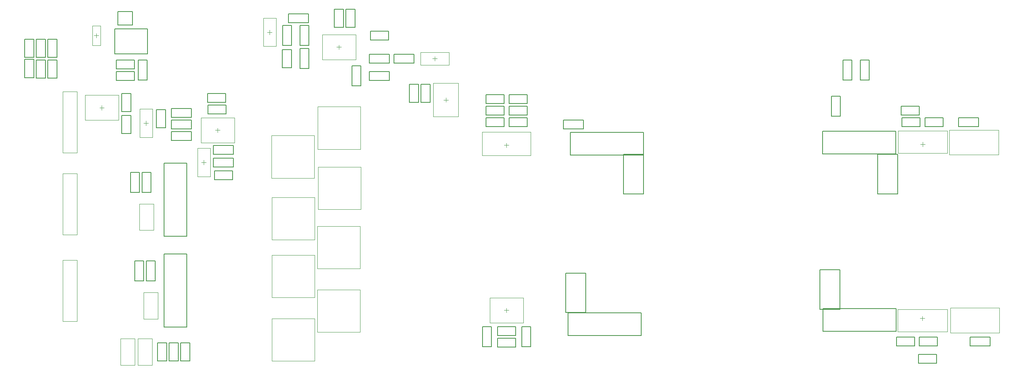
<source format=gbr>
G04*
G04 #@! TF.GenerationSoftware,Altium Limited,Altium Designer,24.1.2 (44)*
G04*
G04 Layer_Color=32768*
%FSLAX25Y25*%
%MOIN*%
G70*
G04*
G04 #@! TF.SameCoordinates,DAD59E85-0841-476F-99BD-E5F442491B29*
G04*
G04*
G04 #@! TF.FilePolarity,Positive*
G04*
G01*
G75*
%ADD13C,0.00787*%
%ADD14C,0.00394*%
%ADD74C,0.00197*%
D13*
X1535256Y516516D02*
X1598524D01*
Y536279D01*
X1535256D02*
X1598524D01*
X1535256Y516516D02*
Y536279D01*
X1462126Y548937D02*
X1477874D01*
Y541063D02*
Y548937D01*
X1462126Y541063D02*
X1477874D01*
X1462126D02*
Y548937D01*
Y568937D02*
X1477874D01*
Y561063D02*
Y568937D01*
X1462126Y561063D02*
X1477874D01*
X1462126D02*
Y568937D01*
Y558937D02*
X1477874D01*
Y551063D02*
Y558937D01*
X1462126Y551063D02*
X1477874D01*
X1462126D02*
Y558937D01*
X1482126Y551063D02*
X1497874D01*
X1482126D02*
Y558937D01*
X1497874D01*
Y551063D02*
Y558937D01*
X1482126Y541063D02*
X1497874D01*
X1482126D02*
Y548937D01*
X1497874D01*
Y541063D02*
Y548937D01*
X1482126Y561063D02*
X1497874D01*
X1482126D02*
Y568937D01*
X1497874D01*
Y561063D02*
Y568937D01*
X1147063Y554126D02*
X1154937D01*
Y569874D01*
X1147063D02*
X1154937D01*
X1147063Y554126D02*
Y569874D01*
X1362126Y616063D02*
X1377874D01*
X1362126D02*
Y623937D01*
X1377874D01*
Y616063D02*
Y623937D01*
X1753815Y383428D02*
X1817082D01*
X1753815Y363664D02*
Y383428D01*
Y363664D02*
X1817082D01*
Y383428D01*
X1821614Y551063D02*
Y558937D01*
Y551063D02*
X1837362D01*
Y558937D01*
X1821614D02*
X1837362D01*
X1822126Y541063D02*
Y548937D01*
Y541063D02*
X1837874D01*
Y548937D01*
X1822126D02*
X1837874D01*
X1382638Y603740D02*
X1399961D01*
Y596260D02*
Y603740D01*
X1382638Y596260D02*
X1399961D01*
X1382638D02*
Y603740D01*
X1291339Y631260D02*
X1308661D01*
X1291339D02*
Y638740D01*
X1308661D01*
Y631260D02*
Y638740D01*
X1301260Y611339D02*
Y628661D01*
X1308740D01*
Y611339D02*
Y628661D01*
X1301260Y611339D02*
X1308740D01*
X1301260Y591339D02*
Y608661D01*
X1308740D01*
Y591339D02*
Y608661D01*
X1301260Y591339D02*
X1308740D01*
X1331063Y627126D02*
Y642874D01*
X1338937D01*
Y627126D02*
Y642874D01*
X1331063Y627126D02*
X1338937D01*
X1286063Y592126D02*
Y607874D01*
X1293937D01*
Y592126D02*
Y607874D01*
X1286063Y592126D02*
X1293937D01*
X1346260Y576339D02*
Y593661D01*
X1353740D01*
Y576339D02*
Y593661D01*
X1346260Y576339D02*
X1353740D01*
X1361339Y581260D02*
X1378661D01*
X1361339D02*
Y588740D01*
X1378661D01*
Y581260D02*
Y588740D01*
X1341063Y627126D02*
Y642874D01*
X1348937D01*
Y627126D02*
Y642874D01*
X1341063Y627126D02*
X1348937D01*
X1361339Y603740D02*
X1378661D01*
Y596260D02*
Y603740D01*
X1361339Y596260D02*
X1378661D01*
X1361339D02*
Y603740D01*
X1073063Y601126D02*
Y616874D01*
X1080937D01*
Y601126D02*
Y616874D01*
X1073063Y601126D02*
X1080937D01*
X1063063D02*
Y616874D01*
X1070937D01*
Y601126D02*
Y616874D01*
X1063063Y601126D02*
X1070937D01*
X1083063D02*
Y616874D01*
X1090937D01*
Y601126D02*
Y616874D01*
X1083063Y601126D02*
X1090937D01*
X1293740Y611339D02*
Y628661D01*
X1286260Y611339D02*
X1293740D01*
X1286260D02*
Y628661D01*
X1293740D01*
X1183516Y430744D02*
X1203279D01*
Y367476D02*
Y430744D01*
X1183516Y367476D02*
X1203279D01*
X1183516D02*
Y430744D01*
X1168260Y407339D02*
Y424661D01*
X1175740D01*
Y407339D02*
Y424661D01*
X1168260Y407339D02*
X1175740D01*
X1158260D02*
Y424661D01*
X1165740D01*
Y407339D02*
Y424661D01*
X1158260Y407339D02*
X1165740D01*
X1753547Y517453D02*
Y537217D01*
X1816815D01*
Y517453D02*
Y537217D01*
X1753547Y517453D02*
X1816815D01*
X1871339Y541260D02*
X1888661D01*
X1871339D02*
Y548740D01*
X1888661D01*
Y541260D02*
Y548740D01*
X1842126Y541063D02*
X1857874D01*
X1842126D02*
Y548937D01*
X1857874D01*
Y541063D02*
Y548937D01*
X1793740Y581339D02*
Y598661D01*
X1786260Y581339D02*
X1793740D01*
X1786260D02*
Y598661D01*
X1793740D01*
X1188063Y338126D02*
X1195937D01*
Y353874D01*
X1188063D02*
X1195937D01*
X1188063Y338126D02*
Y353874D01*
X1178063Y338126D02*
X1185937D01*
Y353874D01*
X1178063D02*
X1185937D01*
X1178063Y338126D02*
Y353874D01*
X1198063Y338126D02*
X1205937D01*
Y353874D01*
X1198063D02*
X1205937D01*
X1198063Y338126D02*
Y353874D01*
X1147063Y550874D02*
X1154937D01*
X1147063Y535126D02*
Y550874D01*
Y535126D02*
X1154937D01*
Y550874D01*
X1771260Y581339D02*
X1778740D01*
Y598661D01*
X1771260D02*
X1778740D01*
X1771260Y581339D02*
Y598661D01*
X1083063Y598874D02*
X1090937D01*
X1083063Y583126D02*
Y598874D01*
Y583126D02*
X1090937D01*
Y598874D01*
X1063063Y599362D02*
X1070937D01*
X1063063Y583614D02*
Y599362D01*
Y583614D02*
X1070937D01*
Y599362D01*
X1073063Y598874D02*
X1080937D01*
X1073063Y583126D02*
Y598874D01*
Y583126D02*
X1080937D01*
Y598874D01*
X1596634Y360118D02*
Y379882D01*
X1533366Y360118D02*
X1596634D01*
X1533366D02*
Y379882D01*
X1596634D01*
X1142126Y581063D02*
Y588937D01*
Y581063D02*
X1157874D01*
Y588937D01*
X1142126D02*
X1157874D01*
X1169075Y604173D02*
Y625827D01*
X1140925D02*
X1169075D01*
X1140925Y604173D02*
Y625827D01*
Y604173D02*
X1169075D01*
X1142126Y591063D02*
Y598937D01*
Y591063D02*
X1157874D01*
Y598937D01*
X1142126D02*
X1157874D01*
X1237362Y552063D02*
Y559937D01*
X1221614D02*
X1237362D01*
X1221614Y552063D02*
Y559937D01*
Y552063D02*
X1237362D01*
X1236874Y562063D02*
Y569937D01*
X1221126D02*
X1236874D01*
X1221126Y562063D02*
Y569937D01*
Y562063D02*
X1236874D01*
X1487874Y360063D02*
Y367937D01*
X1472126D02*
X1487874D01*
X1472126Y360063D02*
Y367937D01*
Y360063D02*
X1487874D01*
Y350063D02*
Y357937D01*
X1472126D02*
X1487874D01*
X1472126Y350063D02*
Y357937D01*
Y350063D02*
X1487874D01*
X1581322Y482960D02*
X1598678D01*
Y517040D01*
X1581322D02*
X1598678D01*
X1581322Y482960D02*
Y517040D01*
X1801322Y482960D02*
X1818678D01*
Y517040D01*
X1801322D02*
X1818678D01*
X1801322Y482960D02*
Y517040D01*
X1493260Y350339D02*
X1500740D01*
Y367661D01*
X1493260D02*
X1500740D01*
X1493260Y350339D02*
Y367661D01*
X1459260Y350339D02*
X1466740D01*
Y367661D01*
X1459260D02*
X1466740D01*
X1459260Y350339D02*
Y367661D01*
X1183516Y446256D02*
Y509524D01*
Y446256D02*
X1203279D01*
Y509524D01*
X1183516D02*
X1203279D01*
X1164657Y484228D02*
X1172138D01*
Y501551D01*
X1164657D02*
X1172138D01*
X1164657Y484228D02*
Y501551D01*
X1154657Y484228D02*
X1162138D01*
Y501551D01*
X1154657D02*
X1162138D01*
X1154657Y484228D02*
Y501551D01*
X1881339Y351260D02*
Y358740D01*
Y351260D02*
X1898661D01*
Y358740D01*
X1881339D02*
X1898661D01*
X1226339Y517260D02*
Y524740D01*
Y517260D02*
X1243661D01*
Y524740D01*
X1226339D02*
X1243661D01*
X1226339Y506260D02*
Y513740D01*
Y506260D02*
X1243661D01*
Y513740D01*
X1226339D02*
X1243661D01*
X1852874Y351063D02*
Y358937D01*
X1837126D02*
X1852874D01*
X1837126Y351063D02*
Y358937D01*
Y351063D02*
X1852874D01*
X1852362Y336063D02*
Y343937D01*
X1836614D02*
X1852362D01*
X1836614Y336063D02*
Y343937D01*
Y336063D02*
X1852362D01*
X1242874Y495063D02*
Y502937D01*
X1227126D02*
X1242874D01*
X1227126Y495063D02*
Y502937D01*
Y495063D02*
X1242874D01*
X1817638Y351063D02*
Y358937D01*
Y351063D02*
X1833386D01*
Y358937D01*
X1817638D02*
X1833386D01*
X1396063Y562126D02*
X1403937D01*
Y577874D01*
X1396063D02*
X1403937D01*
X1396063Y562126D02*
Y577874D01*
X1406063Y562126D02*
X1413937D01*
Y577874D01*
X1406063D02*
X1413937D01*
X1406063Y562126D02*
Y577874D01*
X1546661Y539260D02*
Y546740D01*
X1529339D02*
X1546661D01*
X1529339Y539260D02*
Y546740D01*
Y539260D02*
X1546661D01*
X1761260Y550039D02*
X1768740D01*
Y567362D01*
X1761260D02*
X1768740D01*
X1761260Y550039D02*
Y567362D01*
X1207362Y549260D02*
Y556740D01*
X1190039D02*
X1207362D01*
X1190039Y549260D02*
Y556740D01*
Y549260D02*
X1207362D01*
X1531322Y414051D02*
X1548678D01*
X1531322Y379971D02*
Y414051D01*
Y379971D02*
X1548678D01*
Y414051D01*
X1751322Y417040D02*
X1768678D01*
X1751322Y382960D02*
Y417040D01*
Y382960D02*
X1768678D01*
Y417040D01*
X1177063Y555874D02*
X1184937D01*
X1177063Y540126D02*
Y555874D01*
Y540126D02*
X1184937D01*
Y555874D01*
X1207362Y539260D02*
Y546740D01*
X1190039D02*
X1207362D01*
X1190039Y539260D02*
Y546740D01*
Y539260D02*
X1207362D01*
X1190039Y529260D02*
Y536740D01*
Y529260D02*
X1207362D01*
Y536740D01*
X1190039D02*
X1207362D01*
X1161260Y581339D02*
X1168740D01*
Y598661D01*
X1161260D02*
X1168740D01*
X1161260Y581339D02*
Y598661D01*
X1143622Y629256D02*
X1156378D01*
Y640744D01*
X1143622D02*
X1156378D01*
X1143622Y629256D02*
Y640744D01*
D14*
X1353504Y521535D02*
Y558465D01*
X1316496D02*
X1353504D01*
X1316496Y521535D02*
Y558465D01*
Y521535D02*
X1353504D01*
X1427500Y562303D02*
Y566240D01*
X1425531Y564272D02*
X1429469D01*
X1273032Y622874D02*
X1276968D01*
X1275000Y620905D02*
Y624843D01*
X1417874Y598032D02*
Y601968D01*
X1415905Y600000D02*
X1419843D01*
X1333031Y610000D02*
X1336969D01*
X1335000Y608032D02*
Y611969D01*
X1480000Y523032D02*
Y526968D01*
X1478032Y525000D02*
X1481968D01*
X1127760Y557500D02*
X1131697D01*
X1129728Y555532D02*
Y559469D01*
X1838247Y525898D02*
X1842184D01*
X1840215Y523930D02*
Y527867D01*
X1480000Y380031D02*
Y383968D01*
X1478032Y382000D02*
X1481968D01*
X1840000Y373031D02*
Y376969D01*
X1838032Y375000D02*
X1841969D01*
X1218000Y508157D02*
Y512094D01*
X1216031Y510126D02*
X1219969D01*
X1230000Y536031D02*
Y539968D01*
X1228032Y538000D02*
X1231968D01*
X1316732Y469311D02*
X1353740D01*
X1316732D02*
Y506240D01*
X1353740D01*
Y469311D02*
Y506240D01*
X1316260Y418032D02*
X1353268D01*
X1316260D02*
Y454961D01*
X1353268D01*
Y418032D02*
Y454961D01*
X1316260Y363032D02*
X1353268D01*
X1316260D02*
Y399961D01*
X1353268D01*
Y363032D02*
Y399961D01*
X1168000Y542158D02*
Y546095D01*
X1166031Y544126D02*
X1169969D01*
X1276732Y338032D02*
X1313740D01*
X1276732D02*
Y374961D01*
X1313740D01*
Y338032D02*
Y374961D01*
X1276732Y393032D02*
X1313740D01*
X1276732D02*
Y429961D01*
X1313740D01*
Y393032D02*
Y429961D01*
X1276732Y443032D02*
X1313740D01*
X1276732D02*
Y479961D01*
X1313740D01*
Y443032D02*
Y479961D01*
X1276496Y496535D02*
X1313504D01*
X1276496D02*
Y533465D01*
X1313504D01*
Y496535D02*
Y533465D01*
X1125000Y618032D02*
Y621969D01*
X1123032Y620000D02*
X1126968D01*
D74*
X1416673Y549705D02*
X1438327D01*
X1416673Y578839D02*
X1438327D01*
X1416673Y549705D02*
Y578839D01*
X1438327Y549705D02*
Y578839D01*
X1269488Y610669D02*
Y635079D01*
X1280512Y610669D02*
Y635079D01*
X1269488Y610669D02*
X1280512D01*
X1269488Y635079D02*
X1280512D01*
X1405669Y594488D02*
X1430079D01*
X1405669Y605512D02*
X1430079D01*
Y594488D02*
Y605512D01*
X1405669Y594488D02*
Y605512D01*
X1320433Y599173D02*
Y620827D01*
X1349567Y599173D02*
Y620827D01*
X1320433D02*
X1349567D01*
X1320433Y599173D02*
X1349567D01*
X1458937Y515984D02*
X1501063D01*
X1458937Y536457D02*
X1501063D01*
X1458937Y515984D02*
Y536457D01*
X1501063Y515984D02*
Y536457D01*
X1115161Y546673D02*
Y568327D01*
X1144295Y546673D02*
Y568327D01*
X1115161D02*
X1144295D01*
X1115161Y546673D02*
X1144295D01*
X1818759Y518221D02*
Y537512D01*
Y518221D02*
X1861672D01*
X1818759Y537512D02*
X1861672D01*
Y518221D02*
Y537512D01*
X1863355Y516791D02*
Y538247D01*
Y516791D02*
X1905836D01*
Y538247D01*
X1863355D02*
X1905836D01*
X1864210Y362520D02*
X1906691D01*
X1864210D02*
Y383976D01*
X1906691D01*
Y362520D02*
Y383976D01*
X1160917Y334622D02*
Y357378D01*
X1173083D01*
Y334622D02*
Y357378D01*
X1160917Y334622D02*
X1173083D01*
X1145917D02*
Y357378D01*
X1158083D01*
Y334622D02*
Y357378D01*
X1145917Y334622D02*
X1158083D01*
X1465433Y392827D02*
X1494567D01*
X1465433Y371173D02*
X1494567D01*
X1465433D02*
Y392827D01*
X1494567Y371173D02*
Y392827D01*
X1095917Y372622D02*
Y425378D01*
X1108083D01*
Y372622D02*
Y425378D01*
X1095917Y372622D02*
X1108083D01*
X1095917Y447622D02*
Y500378D01*
X1108083D01*
Y447622D02*
Y500378D01*
X1095917Y447622D02*
X1108083D01*
X1095917Y518622D02*
Y571378D01*
X1108083D01*
Y518622D02*
Y571378D01*
X1095917Y518622D02*
X1108083D01*
X1165917Y374622D02*
Y397378D01*
X1178083D01*
Y374622D02*
Y397378D01*
X1165917Y374622D02*
X1178083D01*
X1162315Y451512D02*
Y474268D01*
X1174480D01*
Y451512D02*
Y474268D01*
X1162315Y451512D02*
X1174480D01*
X1818543Y363386D02*
Y382677D01*
Y363386D02*
X1861457D01*
X1818543Y382677D02*
X1861457D01*
Y363386D02*
Y382677D01*
X1212488Y522331D02*
X1223512D01*
X1212488Y497921D02*
X1223512D01*
Y522331D01*
X1212488Y497921D02*
Y522331D01*
X1215433Y527173D02*
X1244567D01*
X1215433Y548827D02*
X1244567D01*
Y527173D02*
Y548827D01*
X1215433Y527173D02*
Y548827D01*
X1162488Y556331D02*
X1173512D01*
X1162488Y531921D02*
X1173512D01*
Y556331D01*
X1162488Y531921D02*
Y556331D01*
X1128445Y611634D02*
Y628366D01*
X1121555Y611634D02*
X1128445D01*
X1121555D02*
Y628366D01*
X1128445D01*
M02*

</source>
